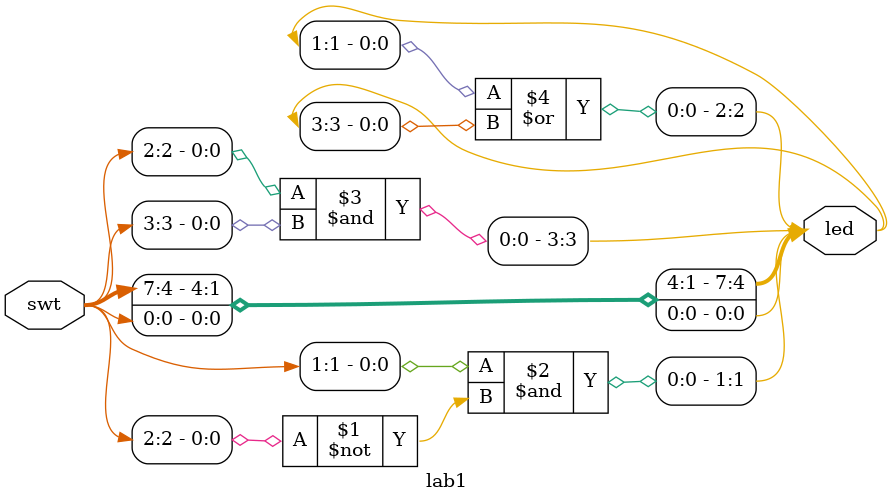
<source format=v>
`timescale 1ns / 1ps


module lab1(
    input [7:0] swt,
     output [7:0] led
    );
    
    assign led[0] = swt[0];
    assign led[1] = swt[1] & ~swt[2];
    assign led[3] = swt[2] & swt[3];
    assign led[2] = led[1] | led[3];
    
    assign led[7:4] = swt[7:4];
    
endmodule

</source>
